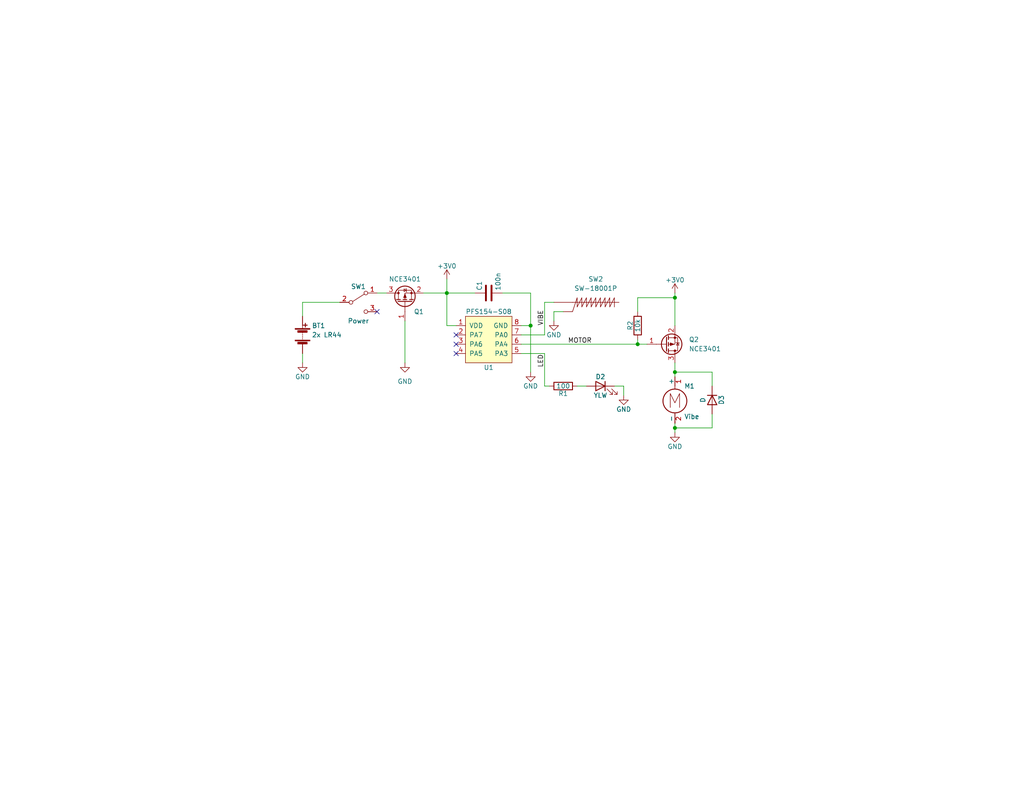
<source format=kicad_sch>
(kicad_sch (version 20211123) (generator eeschema)
  (paper "A")
  (title_block (title "Smart Mod for SmartyKat Crazy Cruiser") (date "2023-02-11") (company "erry Leuams"))
  (lib_symbols
    (symbol "Device:Battery" (pin_numbers hide) (pin_names (offset 0) hide)
      (property "Reference" "BT" (at 2.54 2.54 0))
      (property "Value" "Battery" (at 2.54 0 0))
      (symbol "Battery_0_1"
        (rectangle (start -2.032 -1.397) (end 2.032 -1.651) (fill (type outline)))
        (rectangle (start -2.032 1.778) (end 2.032 1.524) (fill (type outline)))
        (rectangle (start -1.3208 -1.9812) (end 1.27 -2.4892) (fill (type outline)))
        (rectangle (start -1.3208 1.1938) (end 1.27 0.6858) (fill (type outline)))
        (polyline (pts (xy 0 -1.524) (xy 0 -1.27)))
        (polyline (pts (xy 0 -1.016) (xy 0 -0.762)))
        (polyline (pts (xy 0 -0.508) (xy 0 -0.254)))
        (polyline (pts (xy 0 0) (xy 0 0.254)))
        (polyline (pts (xy 0 0.508) (xy 0 0.762)))
        (polyline (pts (xy 0 1.778) (xy 0 2.54)))
        (polyline (pts (xy 0.254 2.667) (xy 1.27 2.667)) (stroke (width 0.254)))
        (polyline (pts (xy 0.762 3.175) (xy 0.762 2.159)) (stroke (width 0.254)))
      )
      (symbol "Battery_1_1"
        (pin passive line (at 0 5.08 270) (length 2.54) (name "+") (number "1"))
        (pin passive line (at 0 -5.08 90) (length 2.54) (name "-") (number "2"))
      )
    )
    (symbol "Device:C" (pin_numbers hide) (pin_names (offset 0.254))
      (property "Reference" "C" (at 0.635 2.54 0))
      (property "Value" "C" (at 0.635 -2.54 0))
      (symbol "C_0_1"
        (polyline (pts (xy -2.032 -0.762) (xy 2.032 -0.762)) (stroke (width 0.508)))
        (polyline (pts (xy -2.032 0.762) (xy 2.032 0.762)) (stroke (width 0.508)))
      )
      (symbol "C_1_1"
        (pin passive line (at 0 3.81 270) (length 2.794) (name "~") (number "1"))
        (pin passive line (at 0 -3.81 90) (length 2.794) (name "~") (number "2"))
      )
    )
    (symbol "Device:D" (pin_numbers hide) (pin_names (offset 1.016) hide)
      (property "Reference" "D" (at 0 2.54 0))
      (property "Value" "D" (at 0 -2.54 0))
      (symbol "D_0_1"
        (polyline (pts (xy -1.27 1.27) (xy -1.27 -1.27)) (stroke (width 0.254)))
        (polyline (pts (xy 1.27 0) (xy -1.27 0)))
        (polyline (pts (xy 1.27 1.27) (xy 1.27 -1.27) (xy -1.27 0) (xy 1.27 1.27)) (stroke (width 0.254)))
      )
      (symbol "D_1_1"
        (pin passive line (at -3.81 0 0) (length 2.54) (name "K") (number "1"))
        (pin passive line (at 3.81 0 180) (length 2.54) (name "A") (number "2"))
      )
    )
    (symbol "Device:LED" (pin_numbers hide) (pin_names (offset 1.016) hide)
      (property "Reference" "D" (at 0 2.54 0))
      (property "Value" "LED" (at 0 -2.54 0))
      (symbol "LED_0_1"
        (polyline (pts (xy -1.27 -1.27) (xy -1.27 1.27)) (stroke (width 0.254)))
        (polyline (pts (xy -1.27 0) (xy 1.27 0)))
        (polyline (pts (xy 1.27 -1.27) (xy 1.27 1.27) (xy -1.27 0) (xy 1.27 -1.27)) (stroke (width 0.254)))
        (polyline (pts (xy -3.048 -0.762) (xy -4.572 -2.286) (xy -3.81 -2.286) (xy -4.572 -2.286) (xy -4.572 -1.524)))
        (polyline (pts (xy -1.778 -0.762) (xy -3.302 -2.286) (xy -2.54 -2.286) (xy -3.302 -2.286) (xy -3.302 -1.524)))
      )
      (symbol "LED_1_1"
        (pin passive line (at -3.81 0 0) (length 2.54) (name "K") (number "1"))
        (pin passive line (at 3.81 0 180) (length 2.54) (name "A") (number "2"))
      )
    )
    (symbol "Device:Q_PMOS_GSD" (pin_names (offset 0) hide)
      (property "Reference" "Q" (at 5.08 1.27 0))
      (property "Value" "Q_PMOS_GSD" (at 5.08 -1.27 0))
      (symbol "Q_PMOS_GSD_0_1"
        (polyline (pts (xy 0.254 0) (xy -2.54 0)))
        (polyline (pts (xy 0.254 1.905) (xy 0.254 -1.905)) (stroke (width 0.254)))
        (polyline (pts (xy 0.762 -1.27) (xy 0.762 -2.286)) (stroke (width 0.254)))
        (polyline (pts (xy 0.762 0.508) (xy 0.762 -0.508)) (stroke (width 0.254)))
        (polyline (pts (xy 0.762 2.286) (xy 0.762 1.27)) (stroke (width 0.254)))
        (polyline (pts (xy 2.54 2.54) (xy 2.54 1.778)))
        (polyline (pts (xy 2.54 -2.54) (xy 2.54 0) (xy 0.762 0)))
        (polyline (pts (xy 0.762 1.778) (xy 3.302 1.778) (xy 3.302 -1.778) (xy 0.762 -1.778)))
        (polyline (pts (xy 2.286 0) (xy 1.27 0.381) (xy 1.27 -0.381) (xy 2.286 0)) (fill (type outline)))
        (polyline (pts (xy 2.794 -0.508) (xy 2.921 -0.381) (xy 3.683 -0.381) (xy 3.81 -0.254)))
        (polyline (pts (xy 3.302 -0.381) (xy 2.921 0.254) (xy 3.683 0.254) (xy 3.302 -0.381)))
        (circle (center 1.651 0) (radius 2.794) (stroke (width 0.254)))
        (circle (center 2.54 -1.778) (radius 0.254) (fill (type outline)))
        (circle (center 2.54 1.778) (radius 0.254) (fill (type outline)))
      )
      (symbol "Q_PMOS_GSD_1_1"
        (pin input line (at -5.08 0 0) (length 2.54) (name "G") (number "1"))
        (pin passive line (at 2.54 -5.08 90) (length 2.54) (name "S") (number "2"))
        (pin passive line (at 2.54 5.08 270) (length 2.54) (name "D") (number "3"))
      )
    )
    (symbol "Device:R" (pin_numbers hide) (pin_names (offset 0))
      (property "Reference" "R" (at 2.032 0 90))
      (property "Value" "R" (at 0 0 90))
      (symbol "R_0_1"
        (rectangle (start -1.016 -2.54) (end 1.016 2.54) (stroke (width 0.254)))
      )
      (symbol "R_1_1"
        (pin passive line (at 0 3.81 270) (length 1.27) (name "~") (number "1"))
        (pin passive line (at 0 -3.81 90) (length 1.27) (name "~") (number "2"))
      )
    )
    (symbol "Motor:Motor_DC" (pin_names (offset 0))
      (property "Reference" "M" (at 2.54 2.54 0))
      (property "Value" "Motor_DC" (at 2.54 -5.08 0))
      (symbol "Motor_DC_0_0"
        (polyline (pts (xy -1.27 -3.302) (xy -1.27 0.508) (xy 0 -2.032) (xy 1.27 0.508) (xy 1.27 -3.302)))
      )
      (symbol "Motor_DC_0_1"
        (circle (center 0 -1.524) (radius 3.2512) (stroke (width 0.254)))
        (polyline (pts (xy 0 -7.62) (xy 0 -7.112)))
        (polyline (pts (xy 0 -4.7752) (xy 0 -5.1816)))
        (polyline (pts (xy 0 1.7272) (xy 0 2.0828)))
        (polyline (pts (xy 0 2.032) (xy 0 2.54)))
      )
      (symbol "Motor_DC_1_1"
        (pin passive line (at 0 5.08 270) (length 2.54) (name "+") (number "1"))
        (pin passive line (at 0 -7.62 90) (length 2.54) (name "-") (number "2"))
      )
    )
    (symbol "Padauk:PFS154-S08" (pin_names (offset 1.016))
      (property "Reference" "U" (at 0 -7.62 0))
      (property "Value" "PFS154-S08" (at 0 7.62 0))
      (symbol "PFS154-S08_0_1"
        (rectangle (start -6.35 6.35) (end 6.35 -6.35) (fill (type background)))
      )
      (symbol "PFS154-S08_1_1"
        (pin input line (at -8.89 3.81 0) (length 2.54) (name "VDD") (number "1"))
        (pin input line (at -8.89 1.27 0) (length 2.54) (name "PA7") (number "2"))
        (pin input line (at -8.89 -1.27 0) (length 2.54) (name "PA6") (number "3"))
        (pin input line (at -8.89 -3.81 0) (length 2.54) (name "PA5") (number "4"))
        (pin input line (at 8.89 -3.81 180) (length 2.54) (name "PA3") (number "5"))
        (pin input line (at 8.89 -1.27 180) (length 2.54) (name "PA4") (number "6"))
        (pin input line (at 8.89 1.27 180) (length 2.54) (name "PA0") (number "7"))
        (pin input line (at 8.89 3.81 180) (length 2.54) (name "GND") (number "8"))
      )
    )
    (symbol "Switch:SW_SPDT" (pin_names (offset 0) hide)
      (property "Reference" "SW" (at 0 4.318 0))
      (property "Value" "SW_SPDT" (at 0 -5.08 0))
      (symbol "SW_SPDT_0_0"
        (circle (center -2.032 0) (radius 0.508))
        (circle (center 2.032 -2.54) (radius 0.508))
      )
      (symbol "SW_SPDT_0_1"
        (polyline (pts (xy -1.524 0.254) (xy 1.651 2.286)))
        (circle (center 2.032 2.54) (radius 0.508))
      )
      (symbol "SW_SPDT_1_1"
        (pin passive line (at 5.08 2.54 180) (length 2.54) (name "A") (number "1"))
        (pin passive line (at -5.08 0 0) (length 2.54) (name "B") (number "2"))
        (pin passive line (at 5.08 -2.54 180) (length 2.54) (name "C") (number "3"))
      )
    )
    (symbol "pl_sensor:SW-18001P" (pin_numbers hide)
      (property "Reference" "SW" (at 6.35 -2.54 0))
      (property "Value" "SW-18001P" (at 6.35 2.54 0))
      (symbol "SW-18001P_0_1"
        (polyline (pts (xy 0 0) (xy 12.7 0)))
        (polyline (pts (xy 0 -2.54) (xy 1.27 1.27) (xy 1.27 -1.27) (xy 2.54 1.27) (xy 2.54 -1.27) (xy 3.81 1.27) (xy 3.81 -1.27) (xy 5.08 1.27) (xy 5.08 -1.27) (xy 6.35 1.27) (xy 6.35 -1.27) (xy 7.62 1.27) (xy 7.62 -1.27) (xy 8.89 1.27) (xy 8.89 -1.27) (xy 10.16 1.27) (xy 10.16 -1.27) (xy 11.43 1.27) (xy 11.43 -1.27)))
      )
      (symbol "SW-18001P_1_1"
        (pin passive line (at -5.08 0 0) (length 5.08) (name "") (number "1"))
        (pin passive line (at -2.54 -2.54 0) (length 2.54) (name "") (number "2"))
      )
    )
    (symbol "power:+3V0" (power) (pin_names (offset 0))
      (property "Value" "+3V0" (at 0 3.556 0))
      (symbol "+3V0_0_1"
        (polyline (pts (xy -0.762 1.27) (xy 0 2.54)))
        (polyline (pts (xy 0 0) (xy 0 2.54)))
        (polyline (pts (xy 0 2.54) (xy 0.762 1.27)))
      )
      (symbol "+3V0_1_1"
        (pin power_in line (at 0 0 90) (length 0) hide (name "+3V0") (number "1"))
      )
    )
    (symbol "power:GND" (power) (pin_names (offset 0))
      (property "Value" "GND" (at 0 -3.81 0))
      (symbol "GND_0_1"
        (polyline (pts (xy 0 0) (xy 0 -1.27) (xy 1.27 -1.27) (xy 0 -2.54) (xy -1.27 -1.27) (xy 0 -1.27)))
      )
      (symbol "GND_1_1"
        (pin power_in line (at 0 0 270) (length 0) hide (name "GND") (number "1"))
      )
    )
  )
  (junction (at 184.15 81.28))
  (junction (at 173.99 93.98))
  (junction (at 121.92 80.01))
  (junction (at 184.15 116.84))
  (junction (at 144.78 88.9))
  (junction (at 184.15 101.6))
  (no_connect (at 124.46 93.98))
  (no_connect (at 124.46 91.44))
  (no_connect (at 124.46 96.52))
  (no_connect (at 102.87 85.09))
  (wire (pts (xy 184.15 116.84) (xy 184.15 118.11)))
  (wire (pts (xy 148.59 105.41) (xy 149.86 105.41)))
  (wire (pts (xy 173.99 81.28) (xy 184.15 81.28)))
  (wire (pts (xy 82.55 82.55) (xy 92.71 82.55)))
  (wire (pts (xy 115.57 80.01) (xy 121.92 80.01)))
  (wire (pts (xy 151.13 85.09) (xy 153.67 85.09)))
  (wire (pts (xy 121.92 80.01) (xy 121.92 88.9)))
  (wire (pts (xy 144.78 88.9) (xy 142.24 88.9)))
  (wire (pts (xy 148.59 96.52) (xy 148.59 105.41)))
  (wire (pts (xy 173.99 85.09) (xy 173.99 81.28)))
  (wire (pts (xy 121.92 76.2) (xy 121.92 80.01)))
  (wire (pts (xy 110.49 87.63) (xy 110.49 99.06)))
  (wire (pts (xy 102.87 80.01) (xy 105.41 80.01)))
  (wire (pts (xy 151.13 85.09) (xy 151.13 87.63)))
  (wire (pts (xy 142.24 91.44) (xy 148.59 91.44)))
  (wire (pts (xy 148.59 82.55) (xy 148.59 91.44)))
  (wire (pts (xy 129.54 80.01) (xy 121.92 80.01)))
  (wire (pts (xy 121.92 88.9) (xy 124.46 88.9)))
  (wire (pts (xy 82.55 96.52) (xy 82.55 99.06)))
  (wire (pts (xy 184.15 116.84) (xy 194.31 116.84)))
  (wire (pts (xy 170.18 105.41) (xy 170.18 107.95)))
  (wire (pts (xy 184.15 81.28) (xy 184.15 88.9)))
  (wire (pts (xy 184.15 101.6) (xy 184.15 102.87)))
  (wire (pts (xy 137.16 80.01) (xy 144.78 80.01)))
  (wire (pts (xy 173.99 93.98) (xy 176.53 93.98)))
  (wire (pts (xy 144.78 80.01) (xy 144.78 88.9)))
  (wire (pts (xy 142.24 96.52) (xy 148.59 96.52)))
  (wire (pts (xy 184.15 99.06) (xy 184.15 101.6)))
  (wire (pts (xy 142.24 93.98) (xy 173.99 93.98)))
  (wire (pts (xy 151.13 82.55) (xy 148.59 82.55)))
  (wire (pts (xy 194.31 105.41) (xy 194.31 101.6)))
  (wire (pts (xy 144.78 88.9) (xy 144.78 101.6)))
  (wire (pts (xy 194.31 101.6) (xy 184.15 101.6)))
  (wire (pts (xy 184.15 80.01) (xy 184.15 81.28)))
  (wire (pts (xy 173.99 92.71) (xy 173.99 93.98)))
  (wire (pts (xy 194.31 113.03) (xy 194.31 116.84)))
  (wire (pts (xy 160.02 105.41) (xy 157.48 105.41)))
  (wire (pts (xy 184.15 115.57) (xy 184.15 116.84)))
  (wire (pts (xy 167.64 105.41) (xy 170.18 105.41)))
  (wire (pts (xy 82.55 86.36) (xy 82.55 82.55)))
  (label "LED" (at 148.59 100.33 90))
  (label "VIBE" (at 148.59 88.9 90))
  (label "MOTOR" (at 154.94 93.98 0))
  (symbol (lib_id "Device:LED") (at 163.83 105.41 0) (mirror y) (unit 1)
    (property "Reference" "D2" (at 163.83 102.87 0))
    (property "Value" "YLW" (at 163.83 107.95 0))
  )
  (symbol (lib_id "power:GND") (at 170.18 107.95 0) (mirror y) (unit 1)
    (property "Reference" "#PWR05" (effects hide))
    (property "Value" "GND" (at 170.18 111.76 0))
  )
  (symbol (lib_id "power:GND") (at 151.13 87.63 0) (unit 1)
    (property "Reference" "#PWR04" (effects hide))
    (property "Value" "GND" (at 151.13 91.44 0))
  )
  (symbol (lib_id "power:GND") (at 184.15 118.11 0) (unit 1)
    (property "Reference" "#PWR07" (effects hide))
    (property "Value" "GND" (at 184.15 121.92 0))
  )
  (symbol (lib_id "Switch:SW_SPDT") (at 97.79 82.55 0) (unit 1)
    (property "Reference" "SW1" (at 97.79 78.232 0))
    (property "Value" "Power" (at 97.79 87.63 0))
  )
  (symbol (lib_id "power:GND") (at 82.55 99.06 0) (unit 1)
    (property "Reference" "#PWR01" (effects hide))
    (property "Value" "GND" (at 82.55 102.87 0))
  )
  (symbol (lib_id "Device:D") (at 194.31 109.22 270) (unit 1)
    (property "Reference" "D3" (at 196.85 109.22 0))
    (property "Value" "D" (at 191.77 109.22 0))
  )
  (symbol (lib_id "Device:R") (at 173.99 88.9 180) (unit 1)
    (property "Reference" "R2" (at 171.958 88.9 90))
    (property "Value" "10k" (at 173.99 88.9 90))
  )
  (symbol (lib_id "Device:Q_PMOS_GSD") (at 110.49 82.55 90) (unit 1)
    (property "Reference" "Q1" (at 114.3 85.09 90))
    (property "Value" "NCE3401" (at 110.49 76.2 90))
  )
  (symbol (lib_id "Device:Battery") (at 82.55 91.44 0) (unit 1)
    (property "Reference" "BT1" (at 85.09 88.9 0) (effects (justify left)))
    (property "Value" "2x LR44" (at 85.09 91.44 0) (effects (justify left)))
  )
  (symbol (lib_id "pl_sensor:SW-18001P") (at 156.21 82.55 0) (unit 1)
    (property "Reference" "SW2" (at 162.56 76.2 0))
    (property "Value" "SW-18001P" (at 162.56 78.74 0))
  )
  (symbol (lib_id "Device:Q_PMOS_GSD") (at 181.61 93.98 0) (mirror x) (unit 1)
    (property "Reference" "Q2" (at 187.96 92.7099 0) (effects (justify left)))
    (property "Value" "NCE3401" (at 187.96 95.2499 0) (effects (justify left)))
  )
  (symbol (lib_id "power:GND") (at 110.49 99.06 0) (unit 1)
    (property "Reference" "#PWR08" (effects hide))
    (property "Value" "GND" (at 110.49 104.14 0))
  )
  (symbol (lib_id "Padauk:PFS154-S08") (at 133.35 92.71 0) (unit 1)
    (property "Reference" "U1" (at 133.35 100.33 0))
    (property "Value" "PFS154-S08" (at 133.35 85.09 0))
    (property "Footprint" "Package_SO:SOP-8_3.9x4.9mm_P1.27mm" (effects hide))
  )
  (symbol (lib_id "Motor:Motor_DC") (at 184.15 107.95 0) (unit 1)
    (property "Reference" "M1" (at 186.69 105.41 0) (effects (justify left)))
    (property "Value" "Vibe" (at 186.69 113.03 0) (effects (justify left top)))
  )
  (symbol (lib_id "power:+3V0") (at 121.92 76.2 0) (unit 1)
    (property "Reference" "#PWR02" (effects hide))
    (property "Value" "+3V0" (at 121.92 72.644 0))
  )
  (symbol (lib_id "Device:C") (at 133.35 80.01 90) (unit 1)
    (property "Reference" "C1" (at 130.81 79.375 0) (effects (justify left)))
    (property "Value" "100n" (at 135.89 79.375 0) (effects (justify left)))
  )
  (symbol (lib_id "Device:R") (at 153.67 105.41 90) (mirror x) (unit 1)
    (property "Reference" "R1" (at 153.67 107.442 90))
    (property "Value" "100" (at 153.67 105.41 90))
  )
  (symbol (lib_id "power:+3V0") (at 184.15 80.01 0) (unit 1)
    (property "Reference" "#PWR06" (effects hide))
    (property "Value" "+3V0" (at 184.15 76.454 0))
  )
  (symbol (lib_id "power:GND") (at 144.78 101.6 0) (unit 1)
    (property "Reference" "#PWR03" (effects hide))
    (property "Value" "GND" (at 144.78 105.41 0))
  )
)
</source>
